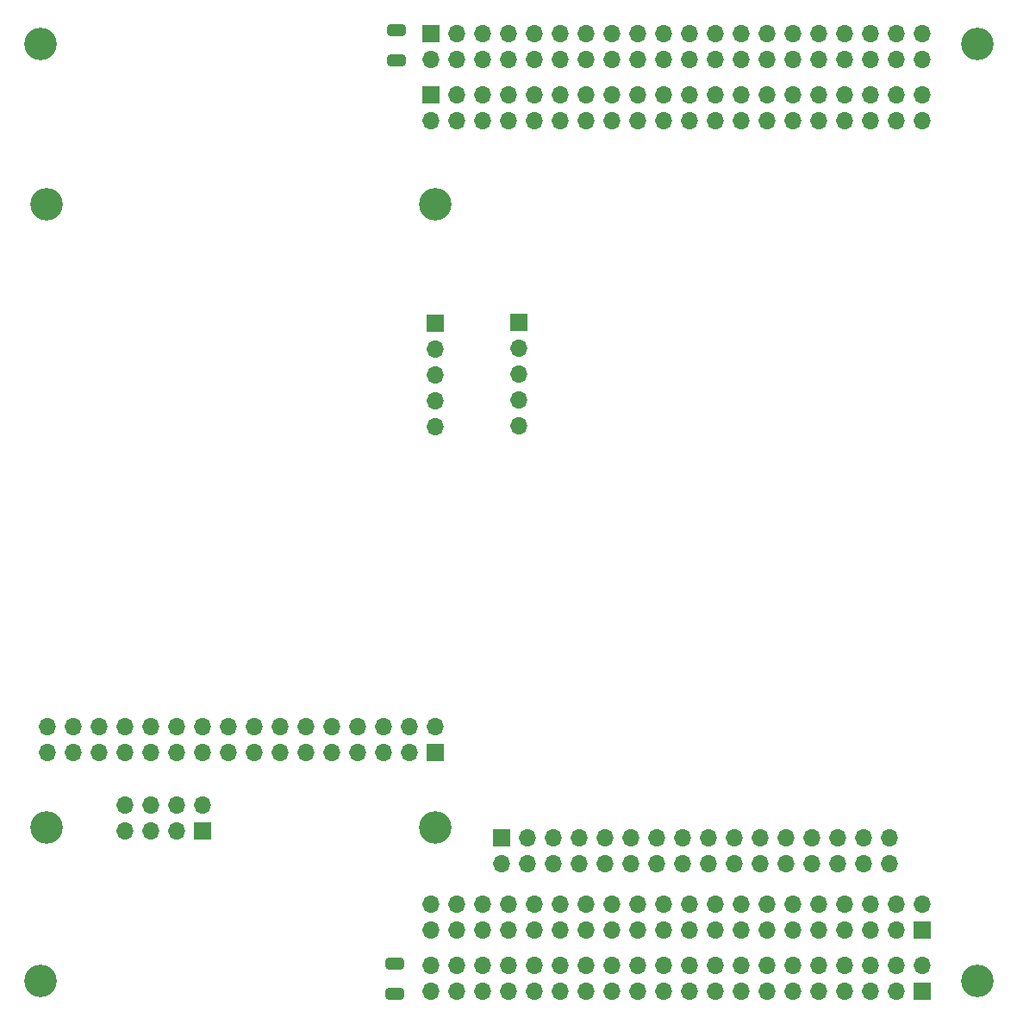
<source format=gbr>
%TF.GenerationSoftware,KiCad,Pcbnew,8.0.5-8.0.5-0~ubuntu22.04.1*%
%TF.CreationDate,2024-10-05T17:02:35+02:00*%
%TF.ProjectId,USB-Serial InputBoard,5553422d-5365-4726-9961-6c20496e7075,rev?*%
%TF.SameCoordinates,Original*%
%TF.FileFunction,Soldermask,Bot*%
%TF.FilePolarity,Negative*%
%FSLAX46Y46*%
G04 Gerber Fmt 4.6, Leading zero omitted, Abs format (unit mm)*
G04 Created by KiCad (PCBNEW 8.0.5-8.0.5-0~ubuntu22.04.1) date 2024-10-05 17:02:35*
%MOMM*%
%LPD*%
G01*
G04 APERTURE LIST*
G04 Aperture macros list*
%AMRoundRect*
0 Rectangle with rounded corners*
0 $1 Rounding radius*
0 $2 $3 $4 $5 $6 $7 $8 $9 X,Y pos of 4 corners*
0 Add a 4 corners polygon primitive as box body*
4,1,4,$2,$3,$4,$5,$6,$7,$8,$9,$2,$3,0*
0 Add four circle primitives for the rounded corners*
1,1,$1+$1,$2,$3*
1,1,$1+$1,$4,$5*
1,1,$1+$1,$6,$7*
1,1,$1+$1,$8,$9*
0 Add four rect primitives between the rounded corners*
20,1,$1+$1,$2,$3,$4,$5,0*
20,1,$1+$1,$4,$5,$6,$7,0*
20,1,$1+$1,$6,$7,$8,$9,0*
20,1,$1+$1,$8,$9,$2,$3,0*%
G04 Aperture macros list end*
%ADD10C,3.200000*%
%ADD11R,1.700000X1.700000*%
%ADD12O,1.700000X1.700000*%
%ADD13RoundRect,0.250000X-0.650000X0.325000X-0.650000X-0.325000X0.650000X-0.325000X0.650000X0.325000X0*%
%ADD14RoundRect,0.250000X0.650000X-0.325000X0.650000X0.325000X-0.650000X0.325000X-0.650000X-0.325000X0*%
G04 APERTURE END LIST*
D10*
%TO.C,H10*%
X54565000Y-130910000D03*
%TD*%
D11*
%TO.C,J8*%
X99300000Y-131960000D03*
D12*
X99300000Y-134500000D03*
X101840000Y-131960000D03*
X101840000Y-134500000D03*
X104380000Y-131960000D03*
X104380000Y-134500000D03*
X106920000Y-131960000D03*
X106920000Y-134500000D03*
X109460000Y-131960000D03*
X109460000Y-134500000D03*
X112000000Y-131960000D03*
X112000000Y-134500000D03*
X114540000Y-131960000D03*
X114540000Y-134500000D03*
X117080000Y-131960000D03*
X117080000Y-134500000D03*
X119620000Y-131960000D03*
X119620000Y-134500000D03*
X122160000Y-131960000D03*
X122160000Y-134500000D03*
X124700000Y-131960000D03*
X124700000Y-134500000D03*
X127240000Y-131960000D03*
X127240000Y-134500000D03*
X129780000Y-131960000D03*
X129780000Y-134500000D03*
X132320000Y-131960000D03*
X132320000Y-134500000D03*
X134860000Y-131960000D03*
X134860000Y-134500000D03*
X137400000Y-131960000D03*
X137400000Y-134500000D03*
%TD*%
D10*
%TO.C,H9*%
X92775000Y-130910000D03*
%TD*%
D11*
%TO.C,J1*%
X92367000Y-53000000D03*
D12*
X92367000Y-55540000D03*
X94907000Y-53000000D03*
X94907000Y-55540000D03*
X97447000Y-53000000D03*
X97447000Y-55540000D03*
X99987000Y-53000000D03*
X99987000Y-55540000D03*
X102527000Y-53000000D03*
X102527000Y-55540000D03*
X105067000Y-53000000D03*
X105067000Y-55540000D03*
X107607000Y-53000000D03*
X107607000Y-55540000D03*
X110147000Y-53000000D03*
X110147000Y-55540000D03*
X112687000Y-53000000D03*
X112687000Y-55540000D03*
X115227000Y-53000000D03*
X115227000Y-55540000D03*
X117767000Y-53000000D03*
X117767000Y-55540000D03*
X120307000Y-53000000D03*
X120307000Y-55540000D03*
X122847000Y-53000000D03*
X122847000Y-55540000D03*
X125387000Y-53000000D03*
X125387000Y-55540000D03*
X127927000Y-53000000D03*
X127927000Y-55540000D03*
X130467000Y-53000000D03*
X130467000Y-55540000D03*
X133007000Y-53000000D03*
X133007000Y-55540000D03*
X135547000Y-53000000D03*
X135547000Y-55540000D03*
X138087000Y-53000000D03*
X138087000Y-55540000D03*
X140627000Y-53000000D03*
X140627000Y-55540000D03*
%TD*%
D11*
%TO.C,J4*%
X140627000Y-141000000D03*
D12*
X140627000Y-138460000D03*
X138087000Y-141000000D03*
X138087000Y-138460000D03*
X135547000Y-141000000D03*
X135547000Y-138460000D03*
X133007000Y-141000000D03*
X133007000Y-138460000D03*
X130467000Y-141000000D03*
X130467000Y-138460000D03*
X127927000Y-141000000D03*
X127927000Y-138460000D03*
X125387000Y-141000000D03*
X125387000Y-138460000D03*
X122847000Y-141000000D03*
X122847000Y-138460000D03*
X120307000Y-141000000D03*
X120307000Y-138460000D03*
X117767000Y-141000000D03*
X117767000Y-138460000D03*
X115227000Y-141000000D03*
X115227000Y-138460000D03*
X112687000Y-141000000D03*
X112687000Y-138460000D03*
X110147000Y-141000000D03*
X110147000Y-138460000D03*
X107607000Y-141000000D03*
X107607000Y-138460000D03*
X105067000Y-141000000D03*
X105067000Y-138460000D03*
X102527000Y-141000000D03*
X102527000Y-138460000D03*
X99987000Y-141000000D03*
X99987000Y-138460000D03*
X97447000Y-141000000D03*
X97447000Y-138460000D03*
X94907000Y-141000000D03*
X94907000Y-138460000D03*
X92367000Y-141000000D03*
X92367000Y-138460000D03*
%TD*%
D11*
%TO.C,J2*%
X140627000Y-147000000D03*
D12*
X140627000Y-144460000D03*
X138087000Y-147000000D03*
X138087000Y-144460000D03*
X135547000Y-147000000D03*
X135547000Y-144460000D03*
X133007000Y-147000000D03*
X133007000Y-144460000D03*
X130467000Y-147000000D03*
X130467000Y-144460000D03*
X127927000Y-147000000D03*
X127927000Y-144460000D03*
X125387000Y-147000000D03*
X125387000Y-144460000D03*
X122847000Y-147000000D03*
X122847000Y-144460000D03*
X120307000Y-147000000D03*
X120307000Y-144460000D03*
X117767000Y-147000000D03*
X117767000Y-144460000D03*
X115227000Y-147000000D03*
X115227000Y-144460000D03*
X112687000Y-147000000D03*
X112687000Y-144460000D03*
X110147000Y-147000000D03*
X110147000Y-144460000D03*
X107607000Y-147000000D03*
X107607000Y-144460000D03*
X105067000Y-147000000D03*
X105067000Y-144460000D03*
X102527000Y-147000000D03*
X102527000Y-144460000D03*
X99987000Y-147000000D03*
X99987000Y-144460000D03*
X97447000Y-147000000D03*
X97447000Y-144460000D03*
X94907000Y-147000000D03*
X94907000Y-144460000D03*
X92367000Y-147000000D03*
X92367000Y-144460000D03*
%TD*%
D10*
%TO.C,H3*%
X146000000Y-54000000D03*
%TD*%
D11*
%TO.C,J7*%
X69890000Y-131285000D03*
D12*
X69890000Y-128745000D03*
X67350000Y-131285000D03*
X67350000Y-128745000D03*
X64810000Y-131285000D03*
X64810000Y-128745000D03*
X62270000Y-131285000D03*
X62270000Y-128745000D03*
%TD*%
D11*
%TO.C,J3*%
X92367000Y-59000000D03*
D12*
X92367000Y-61540000D03*
X94907000Y-59000000D03*
X94907000Y-61540000D03*
X97447000Y-59000000D03*
X97447000Y-61540000D03*
X99987000Y-59000000D03*
X99987000Y-61540000D03*
X102527000Y-59000000D03*
X102527000Y-61540000D03*
X105067000Y-59000000D03*
X105067000Y-61540000D03*
X107607000Y-59000000D03*
X107607000Y-61540000D03*
X110147000Y-59000000D03*
X110147000Y-61540000D03*
X112687000Y-59000000D03*
X112687000Y-61540000D03*
X115227000Y-59000000D03*
X115227000Y-61540000D03*
X117767000Y-59000000D03*
X117767000Y-61540000D03*
X120307000Y-59000000D03*
X120307000Y-61540000D03*
X122847000Y-59000000D03*
X122847000Y-61540000D03*
X125387000Y-59000000D03*
X125387000Y-61540000D03*
X127927000Y-59000000D03*
X127927000Y-61540000D03*
X130467000Y-59000000D03*
X130467000Y-61540000D03*
X133007000Y-59000000D03*
X133007000Y-61540000D03*
X135547000Y-59000000D03*
X135547000Y-61540000D03*
X138087000Y-59000000D03*
X138087000Y-61540000D03*
X140627000Y-59000000D03*
X140627000Y-61540000D03*
%TD*%
D11*
%TO.C,J6*%
X92750000Y-81435000D03*
D12*
X92750000Y-83975000D03*
X92750000Y-86515000D03*
X92750000Y-89055000D03*
X92750000Y-91595000D03*
%TD*%
D11*
%TO.C,J5*%
X92750000Y-123535000D03*
D12*
X92750000Y-120995000D03*
X90210000Y-123535000D03*
X90210000Y-120995000D03*
X87670000Y-123535000D03*
X87670000Y-120995000D03*
X85130000Y-123535000D03*
X85130000Y-120995000D03*
X82590000Y-123535000D03*
X82590000Y-120995000D03*
X80050000Y-123535000D03*
X80050000Y-120995000D03*
X77510000Y-123535000D03*
X77510000Y-120995000D03*
X74970000Y-123535000D03*
X74970000Y-120995000D03*
X72430000Y-123535000D03*
X72430000Y-120995000D03*
X69890000Y-123535000D03*
X69890000Y-120995000D03*
X67350000Y-123535000D03*
X67350000Y-120995000D03*
X64810000Y-123535000D03*
X64810000Y-120995000D03*
X62270000Y-123535000D03*
X62270000Y-120995000D03*
X59730000Y-123535000D03*
X59730000Y-120995000D03*
X57190000Y-123535000D03*
X57190000Y-120995000D03*
X54650000Y-123535000D03*
X54650000Y-120995000D03*
%TD*%
D10*
%TO.C,H7*%
X92775000Y-69690000D03*
%TD*%
D11*
%TO.C,J9*%
X101000000Y-81340000D03*
D12*
X101000000Y-83880000D03*
X101000000Y-86420000D03*
X101000000Y-88960000D03*
X101000000Y-91500000D03*
%TD*%
D10*
%TO.C,H1*%
X54000000Y-54000000D03*
%TD*%
%TO.C,H2*%
X54000000Y-146000000D03*
%TD*%
%TO.C,H8*%
X54565000Y-69690000D03*
%TD*%
%TO.C,H4*%
X146000000Y-146000000D03*
%TD*%
D13*
%TO.C,C2*%
X88800000Y-144300000D03*
X88800000Y-147250000D03*
%TD*%
D14*
%TO.C,C1*%
X89000000Y-55600000D03*
X89000000Y-52650000D03*
%TD*%
M02*

</source>
